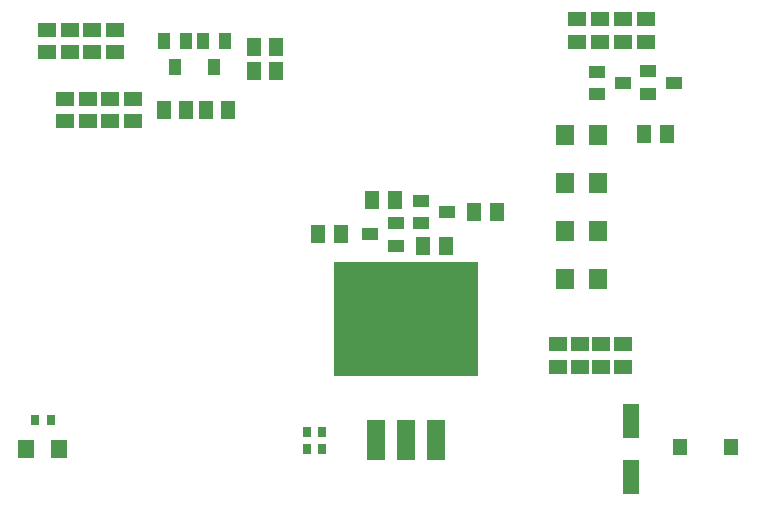
<source format=gtp>
G75*
%MOIN*%
%OFA0B0*%
%FSLAX25Y25*%
%IPPOS*%
%LPD*%
%AMOC8*
5,1,8,0,0,1.08239X$1,22.5*
%
%ADD10R,0.48031X0.38386*%
%ADD11R,0.06299X0.13780*%
%ADD12R,0.05000X0.05787*%
%ADD13R,0.05512X0.11811*%
%ADD14R,0.05512X0.06299*%
%ADD15R,0.02756X0.03543*%
%ADD16R,0.05118X0.06299*%
%ADD17R,0.03937X0.05512*%
%ADD18R,0.05512X0.03937*%
%ADD19R,0.06299X0.05118*%
%ADD20R,0.06299X0.07098*%
D10*
X0206000Y0168207D03*
D11*
X0206000Y0127755D03*
X0196000Y0127755D03*
X0216000Y0127755D03*
D12*
X0297535Y0125333D03*
X0314465Y0125333D03*
D13*
X0281000Y0134282D03*
X0281000Y0115385D03*
D14*
X0079488Y0124833D03*
X0090512Y0124833D03*
D15*
X0087559Y0134333D03*
X0082441Y0134333D03*
X0172941Y0130333D03*
X0178059Y0130333D03*
X0178059Y0124833D03*
X0172941Y0124833D03*
D16*
X0211760Y0192333D03*
X0219240Y0192333D03*
X0228760Y0203833D03*
X0236240Y0203833D03*
X0202240Y0207833D03*
X0194760Y0207833D03*
X0184240Y0196333D03*
X0176760Y0196333D03*
X0146740Y0237833D03*
X0139260Y0237833D03*
X0132740Y0237833D03*
X0125260Y0237833D03*
X0155260Y0250833D03*
X0162740Y0250833D03*
X0162740Y0258833D03*
X0155260Y0258833D03*
X0285460Y0229633D03*
X0292940Y0229633D03*
D17*
X0145740Y0260664D03*
X0138260Y0260664D03*
X0132740Y0260664D03*
X0125260Y0260664D03*
X0129000Y0252003D03*
X0142000Y0252003D03*
D18*
X0194169Y0196333D03*
X0202831Y0192593D03*
X0202831Y0200073D03*
X0211169Y0200093D03*
X0211169Y0207573D03*
X0219831Y0203833D03*
X0269869Y0243093D03*
X0269869Y0250573D03*
X0278531Y0246833D03*
X0286569Y0243193D03*
X0286569Y0250673D03*
X0295231Y0246933D03*
D19*
X0285900Y0260493D03*
X0285900Y0267973D03*
X0278300Y0267973D03*
X0278300Y0260493D03*
X0270600Y0260493D03*
X0270600Y0267973D03*
X0263000Y0267973D03*
X0263000Y0260493D03*
X0263900Y0159673D03*
X0256700Y0159673D03*
X0256700Y0152193D03*
X0263900Y0152193D03*
X0271100Y0152193D03*
X0278300Y0152193D03*
X0278300Y0159673D03*
X0271100Y0159673D03*
X0115000Y0234093D03*
X0115000Y0241573D03*
X0107500Y0241573D03*
X0107500Y0234093D03*
X0100000Y0234093D03*
X0100000Y0241573D03*
X0092500Y0241573D03*
X0092500Y0234093D03*
X0094000Y0257093D03*
X0094000Y0264573D03*
X0101500Y0264573D03*
X0101500Y0257093D03*
X0109000Y0257093D03*
X0109000Y0264573D03*
X0086500Y0264573D03*
X0086500Y0257093D03*
D20*
X0258902Y0229333D03*
X0270098Y0229333D03*
X0270098Y0213333D03*
X0258902Y0213333D03*
X0258902Y0197333D03*
X0270098Y0197333D03*
X0270098Y0181333D03*
X0258902Y0181333D03*
M02*

</source>
